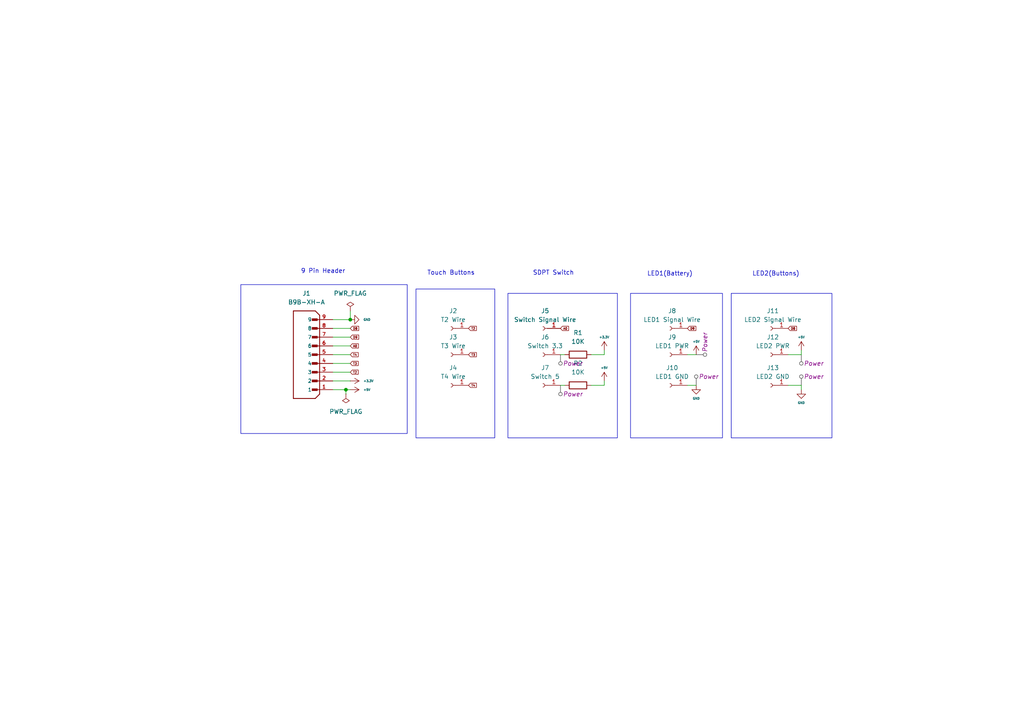
<source format=kicad_sch>
(kicad_sch (version 20231120) (generator "eeschema") (generator_version "8.0")
  (paper "A4")
  (lib_symbols
    (symbol "B9B-XH-A:B9B-XH-A" (pin_names (offset 1.016))
      (property "Reference" "J" (at -2.54 13.97 0))
      (property "Value" "B9B-XH-A" (at -2.54 -15.24 0))
      (symbol "B9B-XH-A_0_0"
        (rectangle (start -3.175 -10.4775) (end -1.5875 -9.8425) (stroke (width 0.1)) (fill (type outline)))
        (rectangle (start -3.175 -7.9375) (end -1.5875 -7.3025) (stroke (width 0.1)) (fill (type outline)))
        (rectangle (start -3.175 -5.3975) (end -1.5875 -4.7625) (stroke (width 0.1)) (fill (type outline)))
        (rectangle (start -3.175 -2.8575) (end -1.5875 -2.2225) (stroke (width 0.1)) (fill (type outline)))
        (rectangle (start -3.175 -0.3175) (end -1.5875 0.3175) (stroke (width 0.1)) (fill (type outline)))
        (rectangle (start -3.175 2.2225) (end -1.5875 2.8575) (stroke (width 0.1)) (fill (type outline)))
        (rectangle (start -3.175 4.7625) (end -1.5875 5.3975) (stroke (width 0.1)) (fill (type outline)))
        (rectangle (start -3.175 7.3025) (end -1.5875 7.9375) (stroke (width 0.1)) (fill (type outline)))
        (rectangle (start -3.175 9.8425) (end -1.5875 10.4775) (stroke (width 0.1)) (fill (type outline)))
        (polyline (pts (xy -3.81 -11.43) (xy -2.54 -12.7)) (stroke (width 0.254)))
        (polyline (pts (xy -3.81 11.43) (xy -3.81 -11.43)) (stroke (width 0.254)))
        (polyline (pts (xy -3.81 11.43) (xy -2.54 12.7)) (stroke (width 0.254)))
        (polyline (pts (xy -2.54 -12.7) (xy 3.81 -12.7)) (stroke (width 0.254)))
        (polyline (pts (xy 3.81 -12.7) (xy 3.81 12.7)) (stroke (width 0.254)))
        (polyline (pts (xy 3.81 12.7) (xy -2.54 12.7)) (stroke (width 0.254)))
        (pin passive line (at -7.62 10.16 0) (length 5.08) (name "1") (number "1"))
        (pin passive line (at -7.62 7.62 0) (length 5.08) (name "2") (number "2"))
        (pin passive line (at -7.62 5.08 0) (length 5.08) (name "3") (number "3"))
        (pin passive line (at -7.62 2.54 0) (length 5.08) (name "4") (number "4"))
        (pin passive line (at -7.62 0 0) (length 5.08) (name "5") (number "5"))
        (pin passive line (at -7.62 -2.54 0) (length 5.08) (name "6") (number "6"))
        (pin passive line (at -7.62 -5.08 0) (length 5.08) (name "7") (number "7"))
        (pin passive line (at -7.62 -7.62 0) (length 5.08) (name "8") (number "8"))
        (pin passive line (at -7.62 -10.16 0) (length 5.08) (name "9") (number "9"))
      )
    )
    (symbol "Connector:Conn_01x01_Socket" (pin_names (offset 1.016) hide)
      (property "Reference" "J" (at 0 2.54 0))
      (property "Value" "Conn_01x01_Socket" (at 0 -2.54 0))
      (symbol "Conn_01x01_Socket_1_1"
        (polyline (pts (xy -1.27 0) (xy -0.508 0)) (stroke (width 0.1524)))
        (arc (start 0 0.508) (mid -0.5058 0) (end 0 -0.508) (stroke (width 0.1524)))
        (pin passive line (at -5.08 0 0) (length 3.81) (name "Pin_1") (number "1"))
      )
    )
    (symbol "Device:R" (pin_numbers hide) (pin_names (offset 0))
      (property "Reference" "R" (at 2.032 0 90))
      (property "Value" "R" (at 0 0 90))
      (symbol "R_0_1"
        (rectangle (start -1.016 -2.54) (end 1.016 2.54) (stroke (width 0.254)))
      )
      (symbol "R_1_1"
        (pin passive line (at 0 3.81 270) (length 1.27) (name "~") (number "1"))
        (pin passive line (at 0 -3.81 90) (length 1.27) (name "~") (number "2"))
      )
    )
    (symbol "power:+3.3V" (power) (pin_numbers hide) (pin_names (offset 0) hide)
      (property "Value" "+3.3V" (at 0 3.556 0))
      (symbol "+3.3V_0_1"
        (polyline (pts (xy -0.762 1.27) (xy 0 2.54)))
        (polyline (pts (xy 0 0) (xy 0 2.54)))
        (polyline (pts (xy 0 2.54) (xy 0.762 1.27)))
      )
      (symbol "+3.3V_1_1"
        (pin power_in line (at 0 0 90) (length 0) (name "~") (number "1"))
      )
    )
    (symbol "power:+5V" (power) (pin_numbers hide) (pin_names (offset 0) hide)
      (property "Value" "+5V" (at 0 3.556 0))
      (symbol "+5V_0_1"
        (polyline (pts (xy -0.762 1.27) (xy 0 2.54)))
        (polyline (pts (xy 0 0) (xy 0 2.54)))
        (polyline (pts (xy 0 2.54) (xy 0.762 1.27)))
      )
      (symbol "+5V_1_1"
        (pin power_in line (at 0 0 90) (length 0) (name "~") (number "1"))
      )
    )
    (symbol "power:GND" (power) (pin_numbers hide) (pin_names (offset 0) hide)
      (property "Value" "GND" (at 0 -3.81 0))
      (symbol "GND_0_1"
        (polyline (pts (xy 0 0) (xy 0 -1.27) (xy 1.27 -1.27) (xy 0 -2.54) (xy -1.27 -1.27) (xy 0 -1.27)))
      )
      (symbol "GND_1_1"
        (pin power_in line (at 0 0 270) (length 0) (name "~") (number "1"))
      )
    )
    (symbol "power:PWR_FLAG" (power) (pin_numbers hide) (pin_names (offset 0) hide)
      (property "Value" "PWR_FLAG" (at 0 3.81 0))
      (symbol "PWR_FLAG_0_0"
        (pin power_out line (at 0 0 90) (length 0) (name "~") (number "1"))
      )
      (symbol "PWR_FLAG_0_1"
        (polyline (pts (xy 0 0) (xy 0 1.27) (xy -1.016 1.905) (xy 0 2.54) (xy 1.016 1.905) (xy 0 1.27)))
      )
    )
  )
  (junction (at 101.6 92.71))
  (junction (at 100.33 113.03))
  (wire (pts (xy 101.6 92.71) (xy 96.52 92.71)))
  (wire (pts (xy 101.6 105.41) (xy 96.52 105.41)))
  (wire (pts (xy 163.83 111.76) (xy 162.56 111.76)))
  (wire (pts (xy 232.41 102.87) (xy 232.41 101.6)))
  (wire (pts (xy 171.45 102.87) (xy 175.26 102.87)))
  (wire (pts (xy 163.83 102.87) (xy 162.56 102.87)))
  (wire (pts (xy 101.6 107.95) (xy 96.52 107.95)))
  (wire (pts (xy 100.33 114.3) (xy 100.33 113.03)))
  (wire (pts (xy 201.93 102.87) (xy 199.39 102.87)))
  (wire (pts (xy 175.26 111.76) (xy 175.26 110.49)))
  (wire (pts (xy 201.93 111.76) (xy 199.39 111.76)))
  (wire (pts (xy 100.33 113.03) (xy 101.6 113.03)))
  (wire (pts (xy 101.6 97.79) (xy 96.52 97.79)))
  (wire (pts (xy 175.26 102.87) (xy 175.26 101.6)))
  (wire (pts (xy 228.6 102.87) (xy 232.41 102.87)))
  (wire (pts (xy 171.45 111.76) (xy 175.26 111.76)))
  (wire (pts (xy 232.41 111.76) (xy 232.41 113.03)))
  (wire (pts (xy 101.6 102.87) (xy 96.52 102.87)))
  (wire (pts (xy 101.6 95.25) (xy 96.52 95.25)))
  (wire (pts (xy 96.52 113.03) (xy 100.33 113.03)))
  (wire (pts (xy 101.6 100.33) (xy 96.52 100.33)))
  (wire (pts (xy 101.6 92.71) (xy 101.6 90.17)))
  (wire (pts (xy 96.52 110.49) (xy 101.6 110.49)))
  (wire (pts (xy 228.6 111.76) (xy 232.41 111.76)))
  (rectangle (start 182.88 85.09) (end 209.55 127))
  (rectangle (start 212.09 85.09) (end 241.3 127))
  (rectangle (start 120.65 83.82) (end 143.51 127))
  (rectangle (start 147.32 85.09) (end 179.07 127))
  (rectangle (start 69.85 82.55) (end 118.11 125.73))
  (text "LED1(Battery)" (at 194.31 79.502 0) (effects (font (size 1.27 1.27))))
  (text "Touch Buttons" (at 130.81 79.248 0) (effects (font (size 1.27 1.27))))
  (text "9 Pin Header\n" (at 93.726 78.74 0) (effects (font (size 1.27 1.27))))
  (text "SDPT Switch\n" (at 160.528 79.248 0) (effects (font (size 1.27 1.27))))
  (text "LED2(Buttons)" (at 225.044 79.502 0) (effects (font (size 1.27 1.27))))
  (global_label "D9" (shape input) (at 101.6 97.79 0) (effects (font (size 0.635 0.635))) (property "Intersheetrefs" "${INTERSHEET_REFS}" (effects (hide yes))))
  (global_label "T2" (shape input) (at 135.89 95.25 0) (effects (font (size 0.635 0.635))) (property "Intersheetrefs" "${INTERSHEET_REFS}" (effects (hide yes))))
  (global_label "D8" (shape input) (at 228.6 95.25 0) (effects (font (size 0.635 0.635))) (property "Intersheetrefs" "${INTERSHEET_REFS}" (effects (hide yes))))
  (global_label "D8" (shape input) (at 101.6 95.25 0) (effects (font (size 0.635 0.635))) (property "Intersheetrefs" "${INTERSHEET_REFS}" (effects (hide yes))))
  (global_label "T4" (shape input) (at 101.6 102.87 0) (effects (font (size 0.635 0.635))) (property "Intersheetrefs" "${INTERSHEET_REFS}" (effects (hide yes))))
  (global_label "T3" (shape input) (at 101.6 105.41 0) (effects (font (size 0.635 0.635))) (property "Intersheetrefs" "${INTERSHEET_REFS}" (effects (hide yes))))
  (global_label "T3" (shape input) (at 135.89 102.87 0) (effects (font (size 0.635 0.635))) (property "Intersheetrefs" "${INTERSHEET_REFS}" (effects (hide yes))))
  (global_label "T2" (shape input) (at 101.6 107.95 0) (effects (font (size 0.635 0.635))) (property "Intersheetrefs" "${INTERSHEET_REFS}" (effects (hide yes))))
  (global_label "A0" (shape input) (at 101.6 100.33 0) (effects (font (size 0.635 0.635))) (property "Intersheetrefs" "${INTERSHEET_REFS}" (effects (hide yes))))
  (global_label "T4" (shape input) (at 135.89 111.76 0) (effects (font (size 0.635 0.635))) (property "Intersheetrefs" "${INTERSHEET_REFS}" (effects (hide yes))))
  (global_label "D9" (shape input) (at 199.39 95.25 0) (effects (font (size 0.635 0.635))) (property "Intersheetrefs" "${INTERSHEET_REFS}" (effects (hide yes))))
  (global_label "A0" (shape input) (at 162.56 95.25 0) (effects (font (size 0.635 0.635))) (property "Intersheetrefs" "${INTERSHEET_REFS}" (effects (hide yes))))
  (netclass_flag "" (length 2.54) (shape round) (at 201.93 111.76 0) (property "Netclass" "Power" (at 202.6285 109.22 0) (effects (font (italic yes)) (justify left))))
  (netclass_flag "" (length 2.54) (shape round) (at 201.93 102.87 270) (property "Netclass" "Power" (at 204.47 102.1715 90) (effects (font (italic yes)) (justify left))))
  (netclass_flag "" (length 2.54) (shape round) (at 162.56 102.87 180) (property "Netclass" "Power" (at 163.2585 105.41 0) (effects (font (italic yes)) (justify left))))
  (netclass_flag "" (length 2.54) (shape round) (at 162.56 111.76 180) (property "Netclass" "Power" (at 163.2585 114.3 0) (effects (font (italic yes)) (justify left))))
  (netclass_flag "" (length 2.54) (shape round) (at 232.41 102.87 180) (property "Netclass" "Power" (at 233.1085 105.41 0) (effects (font (italic yes)) (justify left))))
  (netclass_flag "" (length 2.54) (shape round) (at 232.41 111.76 0) (property "Netclass" "Power" (at 233.1085 109.22 0) (effects (font (italic yes)) (justify left))))
  (symbol (lib_id "Connector:Conn_01x01_Socket") (at 194.31 95.25 180) (unit 1)
    (property "Reference" "J8" (at 194.945 90.17 0))
    (property "Value" "LED1 Signal Wire" (at 194.945 92.71 0))
    (property "Footprint" "Connector_PinHeader_2.54mm:PinHeader_1x01_P2.54mm_Vertical" (effects (hide yes)))
    (property "Description" "Generic connector, single row, 01x01, script generated" (effects (hide yes)))
  )
  (symbol (lib_id "Connector:Conn_01x01_Socket") (at 194.31 111.76 180) (unit 1)
    (property "Reference" "J10" (at 194.945 106.68 0))
    (property "Value" "LED1 GND" (at 194.945 109.22 0))
    (property "Footprint" "Connector_PinHeader_2.54mm:PinHeader_1x01_P2.54mm_Vertical" (effects (hide yes)))
    (property "Description" "Generic connector, single row, 01x01, script generated" (effects (hide yes)))
  )
  (symbol (lib_id "power:GND") (at 201.93 111.76 0) (unit 1)
    (property "Reference" "#PWR07" (effects (hide yes)))
    (property "Value" "GND" (at 201.93 115.57 0) (effects (font (size 0.635 0.635))))
    (property "Description" "Power symbol creates a global label with name \"GND\" , ground" (effects (hide yes)))
  )
  (symbol (lib_id "power:+5V") (at 101.6 113.03 270) (unit 1)
    (property "Reference" "#PWR03" (effects (hide yes)))
    (property "Value" "+5V" (at 105.41 113.03 90) (effects (font (size 0.635 0.635)) (justify left)))
    (property "Description" "Power symbol creates a global label with name \"+5V\"" (effects (hide yes)))
  )
  (symbol (lib_id "power:+3.3V") (at 175.26 101.6 0) (unit 1)
    (property "Reference" "#PWR04" (effects (hide yes)))
    (property "Value" "+3.3V" (at 175.26 97.79 0) (effects (font (size 0.635 0.635))))
    (property "Description" "Power symbol creates a global label with name \"+3.3V\"" (effects (hide yes)))
  )
  (symbol (lib_id "Connector:Conn_01x01_Socket") (at 157.48 95.25 180) (unit 1)
    (property "Reference" "J5" (at 158.115 90.17 0))
    (property "Value" "Switch Signal Wire" (at 158.115 92.71 0))
    (property "Footprint" "Connector_PinHeader_2.54mm:PinHeader_1x01_P2.54mm_Vertical" (effects (hide yes)))
    (property "Description" "Generic connector, single row, 01x01, script generated" (effects (hide yes)))
  )
  (symbol (lib_id "Connector:Conn_01x01_Socket") (at 157.48 111.76 180) (unit 1)
    (property "Reference" "J7" (at 158.115 106.68 0))
    (property "Value" "Switch 5" (at 158.115 109.22 0))
    (property "Footprint" "Connector_PinHeader_2.54mm:PinHeader_1x01_P2.54mm_Vertical" (effects (hide yes)))
    (property "Description" "Generic connector, single row, 01x01, script generated" (effects (hide yes)))
  )
  (symbol (lib_id "power:+5V") (at 232.41 101.6 0) (unit 1)
    (property "Reference" "#PWR08" (effects (hide yes)))
    (property "Value" "+5V" (at 232.41 97.79 0) (effects (font (size 0.635 0.635))))
    (property "Description" "Power symbol creates a global label with name \"+5V\"" (effects (hide yes)))
  )
  (symbol (lib_id "Device:R") (at 167.64 102.87 270) (unit 1)
    (property "Reference" "R1" (at 167.64 96.52 90))
    (property "Value" "10K" (at 167.64 99.06 90))
    (property "Footprint" "Resistor_THT:R_Axial_DIN0309_L9.0mm_D3.2mm_P15.24mm_Horizontal" (effects (hide yes)))
    (property "Description" "Resistor" (effects (hide yes)))
  )
  (symbol (lib_id "Connector:Conn_01x01_Socket") (at 157.48 102.87 180) (unit 1)
    (property "Reference" "J6" (at 158.115 97.79 0))
    (property "Value" "Switch 3.3" (at 158.115 100.33 0))
    (property "Footprint" "Connector_PinHeader_2.54mm:PinHeader_1x01_P2.54mm_Vertical" (effects (hide yes)))
    (property "Description" "Generic connector, single row, 01x01, script generated" (effects (hide yes)))
  )
  (symbol (lib_id "power:PWR_FLAG") (at 100.33 114.3 180) (unit 1)
    (property "Reference" "#FLG01" (effects (hide yes)))
    (property "Value" "PWR_FLAG" (at 100.33 119.38 0))
    (property "Description" "Special symbol for telling ERC where power comes from" (effects (hide yes)))
  )
  (symbol (lib_id "power:+5V") (at 175.26 110.49 0) (unit 1)
    (property "Reference" "#PWR05" (effects (hide yes)))
    (property "Value" "+5V" (at 175.26 106.68 0) (effects (font (size 0.635 0.635))))
    (property "Description" "Power symbol creates a global label with name \"+5V\"" (effects (hide yes)))
  )
  (symbol (lib_id "Connector:Conn_01x01_Socket") (at 223.52 95.25 180) (unit 1)
    (property "Reference" "J11" (at 224.155 90.17 0))
    (property "Value" "LED2 Signal Wire" (at 224.155 92.71 0))
    (property "Footprint" "Connector_PinHeader_2.54mm:PinHeader_1x01_P2.54mm_Vertical" (effects (hide yes)))
    (property "Description" "Generic connector, single row, 01x01, script generated" (effects (hide yes)))
  )
  (symbol (lib_id "Connector:Conn_01x01_Socket") (at 223.52 111.76 180) (unit 1)
    (property "Reference" "J13" (at 224.155 106.68 0))
    (property "Value" "LED2 GND" (at 224.155 109.22 0))
    (property "Footprint" "Connector_PinHeader_2.54mm:PinHeader_1x01_P2.54mm_Vertical" (effects (hide yes)))
    (property "Description" "Generic connector, single row, 01x01, script generated" (effects (hide yes)))
  )
  (symbol (lib_id "Connector:Conn_01x01_Socket") (at 130.81 102.87 180) (unit 1)
    (property "Reference" "J3" (at 131.445 97.79 0))
    (property "Value" "T3 Wire" (at 131.445 100.33 0))
    (property "Footprint" "Connector_PinHeader_2.54mm:PinHeader_1x01_P2.54mm_Vertical" (effects (hide yes)))
    (property "Description" "Generic connector, single row, 01x01, script generated" (effects (hide yes)))
  )
  (symbol (lib_id "power:+3.3V") (at 101.6 110.49 270) (unit 1)
    (property "Reference" "#PWR02" (effects (hide yes)))
    (property "Value" "+3.3V" (at 105.41 110.49 90) (effects (font (size 0.635 0.635)) (justify left)))
    (property "Description" "Power symbol creates a global label with name \"+3.3V\"" (effects (hide yes)))
  )
  (symbol (lib_id "Connector:Conn_01x01_Socket") (at 130.81 111.76 180) (unit 1)
    (property "Reference" "J4" (at 131.445 106.68 0))
    (property "Value" "T4 Wire" (at 131.445 109.22 0))
    (property "Footprint" "Connector_PinHeader_2.54mm:PinHeader_1x01_P2.54mm_Vertical" (effects (hide yes)))
    (property "Description" "Generic connector, single row, 01x01, script generated" (effects (hide yes)))
  )
  (symbol (lib_id "Device:R") (at 167.64 111.76 90) (unit 1)
    (property "Reference" "R2" (at 167.64 105.41 90))
    (property "Value" "10K" (at 167.64 107.95 90))
    (property "Footprint" "Resistor_THT:R_Axial_DIN0309_L9.0mm_D3.2mm_P15.24mm_Horizontal" (effects (hide yes)))
    (property "Description" "Resistor" (effects (hide yes)))
  )
  (symbol (lib_id "Connector:Conn_01x01_Socket") (at 194.31 102.87 180) (unit 1)
    (property "Reference" "J9" (at 194.945 97.79 0))
    (property "Value" "LED1 PWR" (at 194.945 100.33 0))
    (property "Footprint" "Connector_PinHeader_2.54mm:PinHeader_1x01_P2.54mm_Vertical" (effects (hide yes)))
    (property "Description" "Generic connector, single row, 01x01, script generated" (effects (hide yes)))
  )
  (symbol (lib_id "Connector:Conn_01x01_Socket") (at 130.81 95.25 180) (unit 1)
    (property "Reference" "J2" (at 131.445 90.17 0))
    (property "Value" "T2 Wire" (at 131.445 92.71 0))
    (property "Footprint" "Connector_PinHeader_2.54mm:PinHeader_1x01_P2.54mm_Vertical" (effects (hide yes)))
    (property "Description" "Generic connector, single row, 01x01, script generated" (effects (hide yes)))
  )
  (symbol (lib_id "power:GND") (at 232.41 113.03 0) (unit 1)
    (property "Reference" "#PWR09" (effects (hide yes)))
    (property "Value" "GND" (at 232.41 116.84 0) (effects (font (size 0.635 0.635))))
    (property "Description" "Power symbol creates a global label with name \"GND\" , ground" (effects (hide yes)))
  )
  (symbol (lib_id "power:PWR_FLAG") (at 101.6 90.17 0) (unit 1)
    (property "Reference" "#FLG02" (effects (hide yes)))
    (property "Value" "PWR_FLAG" (at 101.6 85.09 0))
    (property "Description" "Special symbol for telling ERC where power comes from" (effects (hide yes)))
  )
  (symbol (lib_id "B9B-XH-A:B9B-XH-A") (at 88.9 102.87 180) (unit 1)
    (property "Reference" "J1" (at 88.9 85.09 0))
    (property "Value" "B9B-XH-A" (at 88.9 87.63 0))
    (property "Footprint" "Connector_JST:JST_XH_B9B-XH-A_1x09_P2.50mm_Vertical" (effects (hide yes)))
    (property "PARTREV" "7/4/21" (effects (hide yes)))
    (property "STANDARD" "Manufacturer Recommendations" (effects (hide yes)))
    (property "MAXIMUM_PACKAGE_HEIGHT" "7.00 mm" (effects (hide yes)))
    (property "MANUFACTURER" "JST" (effects (hide yes)))
  )
  (symbol (lib_id "power:+5V") (at 201.93 102.87 0) (unit 1)
    (property "Reference" "#PWR06" (effects (hide yes)))
    (property "Value" "+5V" (at 201.93 99.06 0) (effects (font (size 0.635 0.635))))
    (property "Description" "Power symbol creates a global label with name \"+5V\"" (effects (hide yes)))
  )
  (symbol (lib_id "Connector:Conn_01x01_Socket") (at 223.52 102.87 180) (unit 1)
    (property "Reference" "J12" (at 224.155 97.79 0))
    (property "Value" "LED2 PWR" (at 224.155 100.33 0))
    (property "Footprint" "Connector_PinHeader_2.54mm:PinHeader_1x01_P2.54mm_Vertical" (effects (hide yes)))
    (property "Description" "Generic connector, single row, 01x01, script generated" (effects (hide yes)))
  )
  (symbol (lib_id "power:GND") (at 101.6 92.71 90) (unit 1)
    (property "Reference" "#PWR01" (effects (hide yes)))
    (property "Value" "GND" (at 105.41 92.71 90) (effects (font (size 0.635 0.635)) (justify right)))
    (property "Description" "Power symbol creates a global label with name \"GND\" , ground" (effects (hide yes)))
  )
)
</source>
